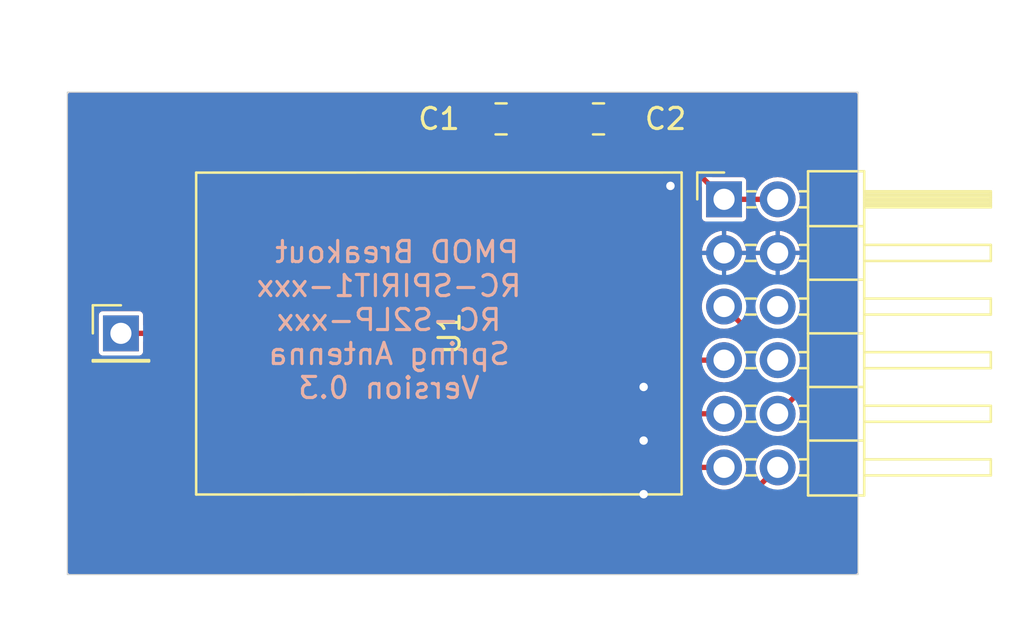
<source format=kicad_pcb>
(kicad_pcb (version 20221018) (generator pcbnew)
  (layers (0 "F.Cu" signal) (31 "B.Cu" signal) (34 "B.Paste" user) (35 "F.Paste" user) (36 "B.SilkS" user "B.Silkscreen") (37 "F.SilkS" user "F.Silkscreen") (38 "B.Mask" user) (39 "F.Mask" user) (44 "Edge.Cuts" user))
  (net 0 "")
  (net 1 "GND")
  (net 2 "nRESET")
  (net 3 "nCS")
  (net 4 "SCK")
  (net 5 "MOSI")
  (net 6 "MISO")
  (net 7 "VCC")
  (net 10 "Net-(J2-Pin_1)")
  (net 11 "IRQ")
  (footprint "Connector_PinHeader_2.54mm:PinHeader_2x06_P2.54mm_Horizontal" (layer "F.Cu") (at 149.86 43.18)
    (fp_text reference "J1" hide)
    (fp_text value "Conn_02x06_Odd_Even")
    (fp_line (start -1.27 -1.27) (end 0 -1.27) (stroke (width 0.12)) (layer "F.SilkS"))
    (fp_line (start -1.27 0) (end -1.27 -1.27) (stroke (width 0.12)) (layer "F.SilkS"))
    (fp_line (start 1.042929 2.16) (end 1.497071 2.16) (stroke (width 0.12)) (layer "F.SilkS"))
    (fp_line (start 1.042929 2.92) (end 1.497071 2.92) (stroke (width 0.12)) (layer "F.SilkS"))
    (fp_line (start 1.042929 4.7) (end 1.497071 4.7) (stroke (width 0.12)) (layer "F.SilkS"))
    (fp_line (start 1.042929 5.46) (end 1.497071 5.46) (stroke (width 0.12)) (layer "F.SilkS"))
    (fp_line (start 1.042929 7.24) (end 1.497071 7.24) (stroke (width 0.12)) (layer "F.SilkS"))
    (fp_line (start 1.042929 8) (end 1.497071 8) (stroke (width 0.12)) (layer "F.SilkS"))
    (fp_line (start 1.042929 9.78) (end 1.497071 9.78) (stroke (width 0.12)) (layer "F.SilkS"))
    (fp_line (start 1.042929 10.54) (end 1.497071 10.54) (stroke (width 0.12)) (layer "F.SilkS"))
    (fp_line (start 1.042929 12.32) (end 1.497071 12.32) (stroke (width 0.12)) (layer "F.SilkS"))
    (fp_line (start 1.042929 13.08) (end 1.497071 13.08) (stroke (width 0.12)) (layer "F.SilkS"))
    (fp_line (start 1.11 -0.38) (end 1.497071 -0.38) (stroke (width 0.12)) (layer "F.SilkS"))
    (fp_line (start 1.11 0.38) (end 1.497071 0.38) (stroke (width 0.12)) (layer "F.SilkS"))
    (fp_line (start 3.582929 -0.38) (end 3.98 -0.38) (stroke (width 0.12)) (layer "F.SilkS"))
    (fp_line (start 3.582929 0.38) (end 3.98 0.38) (stroke (width 0.12)) (layer "F.SilkS"))
    (fp_line (start 3.582929 2.16) (end 3.98 2.16) (stroke (width 0.12)) (layer "F.SilkS"))
    (fp_line (start 3.582929 2.92) (end 3.98 2.92) (stroke (width 0.12)) (layer "F.SilkS"))
    (fp_line (start 3.582929 4.7) (end 3.98 4.7) (stroke (width 0.12)) (layer "F.SilkS"))
    (fp_line (start 3.582929 5.46) (end 3.98 5.46) (stroke (width 0.12)) (layer "F.SilkS"))
    (fp_line (start 3.582929 7.24) (end 3.98 7.24) (stroke (width 0.12)) (layer "F.SilkS"))
    (fp_line (start 3.582929 8) (end 3.98 8) (stroke (width 0.12)) (layer "F.SilkS"))
    (fp_line (start 3.582929 9.78) (end 3.98 9.78) (stroke (width 0.12)) (layer "F.SilkS"))
    (fp_line (start 3.582929 10.54) (end 3.98 10.54) (stroke (width 0.12)) (layer "F.SilkS"))
    (fp_line (start 3.582929 12.32) (end 3.98 12.32) (stroke (width 0.12)) (layer "F.SilkS"))
    (fp_line (start 3.582929 13.08) (end 3.98 13.08) (stroke (width 0.12)) (layer "F.SilkS"))
    (fp_line (start 3.98 -1.33) (end 3.98 14.03) (stroke (width 0.12)) (layer "F.SilkS"))
    (fp_line (start 3.98 1.27) (end 6.64 1.27) (stroke (width 0.12)) (layer "F.SilkS"))
    (fp_line (start 3.98 3.81) (end 6.64 3.81) (stroke (width 0.12)) (layer "F.SilkS"))
    (fp_line (start 3.98 6.35) (end 6.64 6.35) (stroke (width 0.12)) (layer "F.SilkS"))
    (fp_line (start 3.98 8.89) (end 6.64 8.89) (stroke (width 0.12)) (layer "F.SilkS"))
    (fp_line (start 3.98 11.43) (end 6.64 11.43) (stroke (width 0.12)) (layer "F.SilkS"))
    (fp_line (start 3.98 14.03) (end 6.64 14.03) (stroke (width 0.12)) (layer "F.SilkS"))
    (fp_line (start 6.64 -1.33) (end 3.98 -1.33) (stroke (width 0.12)) (layer "F.SilkS"))
    (fp_line (start 6.64 -0.38) (end 12.64 -0.38) (stroke (width 0.12)) (layer "F.SilkS"))
    (fp_line (start 6.64 -0.32) (end 12.64 -0.32) (stroke (width 0.12)) (layer "F.SilkS"))
    (fp_line (start 6.64 -0.2) (end 12.64 -0.2) (stroke (width 0.12)) (layer "F.SilkS"))
    (fp_line (start 6.64 -0.08) (end 12.64 -0.08) (stroke (width 0.12)) (layer "F.SilkS"))
    (fp_line (start 6.64 0.04) (end 12.64 0.04) (stroke (width 0.12)) (layer "F.SilkS"))
    (fp_line (start 6.64 0.16) (end 12.64 0.16) (stroke (width 0.12)) (layer "F.SilkS"))
    (fp_line (start 6.64 0.28) (end 12.64 0.28) (stroke (width 0.12)) (layer "F.SilkS"))
    (fp_line (start 6.64 2.16) (end 12.64 2.16) (stroke (width 0.12)) (layer "F.SilkS"))
    (fp_line (start 6.64 4.7) (end 12.64 4.7) (stroke (width 0.12)) (layer "F.SilkS"))
    (fp_line (start 6.64 7.24) (end 12.64 7.24) (stroke (width 0.12)) (layer "F.SilkS"))
    (fp_line (start 6.64 9.78) (end 12.64 9.78) (stroke (width 0.12)) (layer "F.SilkS"))
    (fp_line (start 6.64 12.32) (end 12.64 12.32) (stroke (width 0.12)) (layer "F.SilkS"))
    (fp_line (start 6.64 14.03) (end 6.64 -1.33) (stroke (width 0.12)) (layer "F.SilkS"))
    (fp_line (start 12.64 -0.38) (end 12.64 0.38) (stroke (width 0.12)) (layer "F.SilkS"))
    (fp_line (start 12.64 0.38) (end 6.64 0.38) (stroke (width 0.12)) (layer "F.SilkS"))
    (fp_line (start 12.64 2.16) (end 12.64 2.92) (stroke (width 0.12)) (layer "F.SilkS"))
    (fp_line (start 12.64 2.92) (end 6.64 2.92) (stroke (width 0.12)) (layer "F.SilkS"))
    (fp_line (start 12.64 4.7) (end 12.64 5.46) (stroke (width 0.12)) (layer "F.SilkS"))
    (fp_line (start 12.64 5.46) (end 6.64 5.46) (stroke (width 0.12)) (layer "F.SilkS"))
    (fp_line (start 12.64 7.24) (end 12.64 8) (stroke (width 0.12)) (layer "F.SilkS"))
    (fp_line (start 12.64 8) (end 6.64 8) (stroke (width 0.12)) (layer "F.SilkS"))
    (fp_line (start 12.64 9.78) (end 12.64 10.54) (stroke (width 0.12)) (layer "F.SilkS"))
    (fp_line (start 12.64 10.54) (end 6.64 10.54) (stroke (width 0.12)) (layer "F.SilkS"))
    (fp_line (start 12.64 12.32) (end 12.64 13.08) (stroke (width 0.12)) (layer "F.SilkS"))
    (fp_line (start 12.64 13.08) (end 6.64 13.08) (stroke (width 0.12)) (layer "F.SilkS"))
    (pad "1" thru_hole rect (at 0 0) (size 1.7 1.7) (drill 1) (layers "*.Cu" "*.Mask") (net 7 "VCC"))
    (pad "2" thru_hole oval (at 2.54 0) (size 1.7 1.7) (drill 1) (layers "*.Cu" "*.Mask") (net 7 "VCC"))
    (pad "3" thru_hole oval (at 0 2.54) (size 1.7 1.7) (drill 1) (layers "*.Cu" "*.Mask") (net 1 "GND"))
    (pad "4" thru_hole oval (at 2.54 2.54) (size 1.7 1.7) (drill 1) (layers "*.Cu" "*.Mask") (net 1 "GND"))
    (pad "5" thru_hole oval (at 0 5.08) (size 1.7 1.7) (drill 1) (layers "*.Cu" "*.Mask") (net 4 "SCK"))
    (pad "6" thru_hole oval (at 2.54 5.08) (size 1.7 1.7) (drill 1) (layers "*.Cu" "*.Mask"))
    (pad "7" thru_hole oval (at 0 7.62) (size 1.7 1.7) (drill 1) (layers "*.Cu" "*.Mask") (net 6 "MISO"))
    (pad "8" thru_hole oval (at 2.54 7.62) (size 1.7 1.7) (drill 1) (layers "*.Cu" "*.Mask"))
    (pad "9" thru_hole oval (at 0 10.16) (size 1.7 1.7) (drill 1) (layers "*.Cu" "*.Mask") (net 5 "MOSI"))
    (pad "10" thru_hole oval (at 2.54 10.16) (size 1.7 1.7) (drill 1) (layers "*.Cu" "*.Mask") (net 2 "nRESET"))
    (pad "11" thru_hole oval (at 0 12.7) (size 1.7 1.7) (drill 1) (layers "*.Cu" "*.Mask") (net 3 "nCS"))
    (pad "12" thru_hole oval (at 2.54 12.7) (size 1.7 1.7) (drill 1) (layers "*.Cu" "*.Mask") (net 11 "IRQ"))
  )
  (footprint "AvS_Modules:RadioControlli-Spirit" (layer "F.Cu") (at 136.35 49.535 90)
    (fp_text reference "U1" (at 0 0.5 90) (layer "F.SilkS"))
    (fp_text value "RadioControlli_Spirit")
    (fp_line (start -7.63 -11.5) (end 7.62 -11.5) (stroke (width 0.12)) (layer "F.SilkS"))
    (fp_line (start -7.625 11.5) (end -7.63 -11.5) (stroke (width 0.12)) (layer "F.SilkS"))
    (fp_line (start -7.625 11.5) (end 7.625 11.5) (stroke (width 0.12)) (layer "F.SilkS"))
    (fp_line (start 7.62 -11.5) (end 7.625 11.5) (stroke (width 0.12)) (layer "F.SilkS"))
    (pad "1" smd rect (at -7.625 -0.46 90) (size 1.8 0.9) (layers "F.Cu" "F.Paste" "F.Mask") (net 6 "MISO"))
    (pad "2" smd rect (at -7.625 0.81 90) (size 1.8 0.9) (layers "F.Cu" "F.Paste" "F.Mask") (net 5 "MOSI"))
    (pad "3" smd rect (at -7.625 2.08 90) (size 1.8 0.9) (layers "F.Cu" "F.Paste" "F.Mask") (net 4 "SCK"))
    (pad "4" smd rect (at -7.625 3.35 90) (size 1.8 0.9) (layers "F.Cu" "F.Paste" "F.Mask") (net 3 "nCS"))
    (pad "5" smd rect (at -7.625 4.62 90) (size 1.8 0.9) (layers "F.Cu" "F.Paste" "F.Mask") (net 11 "IRQ"))
    (pad "6" smd rect (at -7.625 5.89 90) (size 1.8 0.9) (layers "F.Cu" "F.Paste" "F.Mask"))
    (pad "7" smd rect (at -7.625 7.16 90) (size 1.8 0.9) (layers "F.Cu" "F.Paste" "F.Mask"))
    (pad "8" smd rect (at -7.625 8.43 90) (size 1.8 0.9) (layers "F.Cu" "F.Paste" "F.Mask"))
    (pad "9" smd rect (at -7.625 9.7 90) (size 1.8 0.9) (layers "F.Cu" "F.Paste" "F.Mask") (net 1 "GND"))
    (pad "10" smd rect (at 7.625 9.7 90) (size 1.8 0.9) (layers "F.Cu" "F.Paste" "F.Mask") (net 2 "nRESET"))
    (pad "11" smd rect (at 7.625 8.43 90) (size 1.8 0.9) (layers "F.Cu" "F.Paste" "F.Mask") (net 1 "GND"))
    (pad "12" smd rect (at 7.625 7.16 90) (size 1.8 0.9) (layers "F.Cu" "F.Paste" "F.Mask") (net 1 "GND"))
    (pad "13" smd rect (at 7.625 5.89 90) (size 1.8 0.9) (layers "F.Cu" "F.Paste" "F.Mask") (net 7 "VCC"))
    (pad "14" smd rect (at 7.625 4.62 90) (size 1.8 0.9) (layers "F.Cu" "F.Paste" "F.Mask") (net 7 "VCC"))
    (pad "15" smd rect (at 7.625 3.35 90) (size 1.8 0.9) (layers "F.Cu" "F.Paste" "F.Mask") (net 1 "GND"))
    (pad "16" smd rect (at 7.625 2.08 90) (size 1.8 0.9) (layers "F.Cu" "F.Paste" "F.Mask") (net 1 "GND"))
    (pad "17" smd rect (at 7.625 0.81 90) (size 1.8 0.9) (layers "F.Cu" "F.Paste" "F.Mask") (net 1 "GND"))
    (pad "18" smd rect (at 7.625 -0.46 90) (size 1.8 0.9) (layers "F.Cu" "F.Paste" "F.Mask") (net 1 "GND"))
    (pad "19" smd rect (at 1.275 -11.89 90) (size 0.9 1.8) (layers "F.Cu" "F.Paste" "F.Mask") (net 1 "GND"))
    (pad "20" smd rect (at 0.005 -11.89 90) (size 0.9 1.8) (layers "F.Cu" "F.Paste" "F.Mask") (net 10 "Net-(J2-Pin_1)"))
    (pad "21" smd rect (at -1.265 -11.89 90) (size 0.9 1.8) (layers "F.Cu" "F.Paste" "F.Mask") (net 1 "GND"))
  )
  (footprint "Capacitor_SMD:C_0805_2012Metric_Pad1.18x1.45mm_HandSolder" (layer "F.Cu") (at 139.2975 39.37 180)
    (fp_text reference "C1" (at 2.9425 0) (layer "F.SilkS"))
    (fp_text value "C_Small")
    (fp_line (start -0.261252 -0.735) (end 0.261252 -0.735) (stroke (width 0.12)) (layer "F.SilkS"))
    (fp_line (start -0.261252 0.735) (end 0.261252 0.735) (stroke (width 0.12)) (layer "F.SilkS"))
    (pad "1" smd roundrect (at -1.0375 0 180) (size 1.175 1.45) (layers "F.Cu" "F.Paste" "F.Mask") (roundrect_rratio 0.2127659574) (net 7 "VCC"))
    (pad "2" smd roundrect (at 1.0375 0 180) (size 1.175 1.45) (layers "F.Cu" "F.Paste" "F.Mask") (roundrect_rratio 0.2127659574) (net 1 "GND"))
  )
  (footprint "Capacitor_SMD:C_0805_2012Metric_Pad1.18x1.45mm_HandSolder" (layer "F.Cu") (at 143.9125 39.37)
    (fp_text reference "C2" (at 3.175 0) (layer "F.SilkS"))
    (fp_text value "C_Small")
    (fp_line (start -0.261252 -0.735) (end 0.261252 -0.735) (stroke (width 0.12)) (layer "F.SilkS"))
    (fp_line (start -0.261252 0.735) (end 0.261252 0.735) (stroke (width 0.12)) (layer "F.SilkS"))
    (pad "1" smd roundrect (at -1.0375 0) (size 1.175 1.45) (layers "F.Cu" "F.Paste" "F.Mask") (roundrect_rratio 0.2127659574) (net 7 "VCC"))
    (pad "2" smd roundrect (at 1.0375 0) (size 1.175 1.45) (layers "F.Cu" "F.Paste" "F.Mask") (roundrect_rratio 0.2127659574) (net 1 "GND"))
  )
  (footprint "Connector_PinHeader_2.54mm:PinHeader_1x01_P2.54mm_Vertical" (layer "F.Cu") (at 121.285 49.53)
    (fp_text reference "J2" hide)
    (fp_text value "Conn_01x01")
    (fp_line (start -1.33 -1.33) (end 0 -1.33) (stroke (width 0.12)) (layer "F.SilkS"))
    (fp_line (start -1.33 0) (end -1.33 -1.33) (stroke (width 0.12)) (layer "F.SilkS"))
    (fp_line (start -1.33 1.27) (end -1.33 1.33) (stroke (width 0.12)) (layer "F.SilkS"))
    (fp_line (start -1.33 1.27) (end 1.33 1.27) (stroke (width 0.12)) (layer "F.SilkS"))
    (fp_line (start -1.33 1.33) (end 1.33 1.33) (stroke (width 0.12)) (layer "F.SilkS"))
    (fp_line (start 1.33 1.27) (end 1.33 1.33) (stroke (width 0.12)) (layer "F.SilkS"))
    (pad "1" thru_hole rect (at 0 0) (size 1.7 1.7) (drill 1) (layers "*.Cu" "*.Mask") (net 10 "Net-(J2-Pin_1)"))
  )
  (gr_rect (start 118.745 38.1) (end 156.21 60.96) (stroke (width 0.05)) (fill none) (layer "Edge.Cuts"))
  (gr_text "PMOD Breakout \nRC-SPIRIT1-xxx\nRC-S2LP-xxx\nSpring Antenna\nVersion 0.3" (at 133.985 48.895) (layer "B.SilkS") (effects (font (size 1 1)) (justify mirror)))
  (via (at 147.32 42.545) (size 0.8) (drill 0.4) (layers "F.Cu" "B.Cu") (net 1))
  (via (at 146.05 52.07) (size 0.8) (drill 0.4) (layers "F.Cu" "B.Cu") (net 1))
  (via (at 146.05 54.61) (size 0.8) (drill 0.4) (layers "F.Cu" "B.Cu") (net 1))
  (via (at 146.05 57.15) (size 0.8) (drill 0.4) (layers "F.Cu" "B.Cu") (net 1))
  (segment (start 152.886701 46.895) (end 149.13 46.895) (width 0.25) (layer "F.Cu") (net 2))
  (segment (start 153.575 52.165) (end 153.575 47.583299) (width 0.25) (layer "F.Cu") (net 2))
  (segment (start 146.05 43.815) (end 146.05 41.91) (width 0.25) (layer "F.Cu") (net 2))
  (segment (start 149.13 46.895) (end 146.05 43.815) (width 0.25) (layer "F.Cu") (net 2))
  (segment (start 152.4 53.34) (end 153.575 52.165) (width 0.25) (layer "F.Cu") (net 2))
  (segment (start 153.575 47.583299) (end 152.886701 46.895) (width 0.25) (layer "F.Cu") (net 2))
  (segment (start 139.83 55.88) (end 139.7 56.01) (width 0.25) (layer "F.Cu") (net 3))
  (segment (start 139.7 56.01) (end 139.7 57.16) (width 0.25) (layer "F.Cu") (net 3))
  (segment (start 149.86 55.88) (end 139.83 55.88) (width 0.25) (layer "F.Cu") (net 3))
  (segment (start 153.575 55.15) (end 152.94 54.515) (width 0.25) (layer "F.Cu") (net 4))
  (segment (start 138.43 58.31) (end 139.175 59.055) (width 0.25) (layer "F.Cu") (net 4))
  (segment (start 151.035 53.88) (end 151.035 49.435) (width 0.25) (layer "F.Cu") (net 4))
  (segment (start 151.67 54.515) (end 151.035 53.88) (width 0.25) (layer "F.Cu") (net 4))
  (segment (start 152.94 54.515) (end 151.67 54.515) (width 0.25) (layer "F.Cu") (net 4))
  (segment (start 138.43 57.16) (end 138.43 58.31) (width 0.25) (layer "F.Cu") (net 4))
  (segment (start 151.035 49.435) (end 149.86 48.26) (width 0.25) (layer "F.Cu") (net 4))
  (segment (start 150.886701 59.055) (end 153.575 56.366701) (width 0.25) (layer "F.Cu") (net 4))
  (segment (start 153.575 56.366701) (end 153.575 55.15) (width 0.25) (layer "F.Cu") (net 4))
  (segment (start 139.175 59.055) (end 150.886701 59.055) (width 0.25) (layer "F.Cu") (net 4))
  (segment (start 137.16 57.16) (end 137.16 56.01) (width 0.25) (layer "F.Cu") (net 5))
  (segment (start 137.16 56.01) (end 139.83 53.34) (width 0.25) (layer "F.Cu") (net 5))
  (segment (start 139.83 53.34) (end 149.86 53.34) (width 0.25) (layer "F.Cu") (net 5))
  (segment (start 141.1 50.8) (end 149.86 50.8) (width 0.25) (layer "F.Cu") (net 6))
  (segment (start 135.89 56.01) (end 141.1 50.8) (width 0.25) (layer "F.Cu") (net 6))
  (segment (start 135.89 57.16) (end 135.89 56.01) (width 0.25) (layer "F.Cu") (net 6))
  (segment (start 142.24 41.91) (end 142.24 40.005) (width 0.25) (layer "F.Cu") (net 7))
  (segment (start 140.97 40.005) (end 140.335 39.37) (width 0.25) (layer "F.Cu") (net 7))
  (segment (start 140.97 41.91) (end 140.97 40.005) (width 0.25) (layer "F.Cu") (net 7))
  (segment (start 149.86 43.18) (end 147.1 40.42) (width 0.25) (layer "F.Cu") (net 7))
  (segment (start 143.925 40.42) (end 142.875 39.37) (width 0.25) (layer "F.Cu") (net 7))
  (segment (start 152.4 43.18) (end 149.86 43.18) (width 0.25) (layer "F.Cu") (net 7))
  (segment (start 142.24 40.005) (end 142.875 39.37) (width 0.25) (layer "F.Cu") (net 7))
  (segment (start 142.875 39.37) (end 140.335 39.37) (width 0.25) (layer "F.Cu") (net 7))
  (segment (start 147.1 40.42) (end 143.925 40.42) (width 0.25) (layer "F.Cu") (net 7))
  (segment (start 124.46 49.53) (end 121.285 49.53) (width 0.25) (layer "F.Cu") (net 10))
  (segment (start 140.97 57.89) (end 141.465 58.385) (width 0.25) (layer "F.Cu") (net 11))
  (segment (start 149.895 58.385) (end 152.4 55.88) (width 0.25) (layer "F.Cu") (net 11))
  (segment (start 141.465 58.385) (end 149.895 58.385) (width 0.25) (layer "F.Cu") (net 11))
  (segment (start 140.97 57.16) (end 140.97 57.89) (width 0.25) (layer "F.Cu") (net 11))
  (zone (net 1) (net_name "GND") (layers "F&B.Cu") (connect_pads (clearance 0.2)) (min_thickness 0.2) (fill yes (thermal_gap 0.2) (thermal_bridge_width 0.2))
    (polygon (pts (xy 156.21 60.96) (xy 118.745 60.96) (xy 118.745 38.1) (xy 156.21 38.1)))
  )
)
</source>
